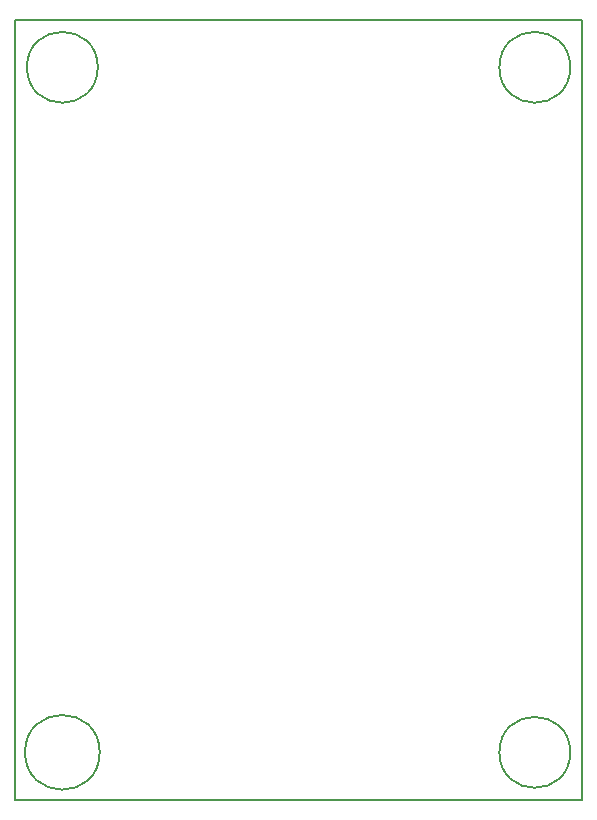
<source format=gm1>
G04 #@! TF.FileFunction,Profile,NP*
%FSLAX46Y46*%
G04 Gerber Fmt 4.6, Leading zero omitted, Abs format (unit mm)*
G04 Created by KiCad (PCBNEW 4.0.4-stable) date 10/08/17 18:19:30*
%MOMM*%
%LPD*%
G01*
G04 APERTURE LIST*
%ADD10C,0.100000*%
%ADD11C,0.150000*%
G04 APERTURE END LIST*
D10*
D11*
X161000000Y-79000000D02*
G75*
G03X161000000Y-79000000I-3000000J0D01*
G01*
X121000000Y-79000000D02*
G75*
G03X121000000Y-79000000I-3000000J0D01*
G01*
X114000000Y-75000000D02*
X114000000Y-141000000D01*
X162000000Y-75000000D02*
X114000000Y-75000000D01*
X162000000Y-141000000D02*
X162000000Y-75000000D01*
X114000000Y-141000000D02*
X162000000Y-141000000D01*
X121162278Y-137000000D02*
G75*
G03X121162278Y-137000000I-3162278J0D01*
G01*
X161000000Y-137000000D02*
G75*
G03X161000000Y-137000000I-3000000J0D01*
G01*
M02*

</source>
